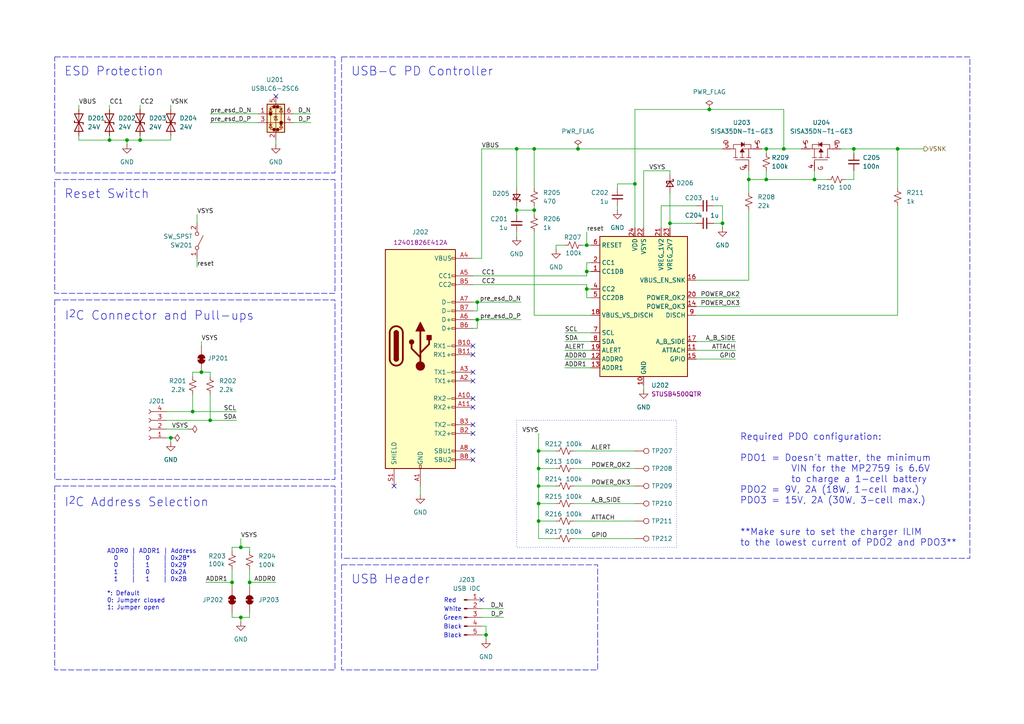
<source format=kicad_sch>
(kicad_sch (version 20231120) (generator "eeschema") (generator_version "8.0")
  (paper "A4")
  (title_block (date "2024-10-27") (rev "0.1.0") (company "University of Wisconsin-Platteville") (comment 1 "Nicholas Loehrke"))
  (lib_symbols
    (symbol "12401826E412A:USB_C_Receptacle" (pin_names (offset 1.016))
      (property "Reference" "J201" (at 0 33.02 0))
      (property "MPN" "12401826E412A" (at 0.254 30.48 0))
      (symbol "USB_C_Receptacle_0_0"
        (rectangle (start -0.254 -35.56) (end 0.254 -34.544))
        (rectangle (start 10.16 -32.766) (end 9.144 -33.274))
        (rectangle (start 10.16 -30.226) (end 9.144 -30.734))
        (rectangle (start 10.16 -25.146) (end 9.144 -25.654))
        (rectangle (start 10.16 -22.606) (end 9.144 -23.114))
        (rectangle (start 10.16 -17.526) (end 9.144 -18.034))
        (rectangle (start 10.16 -14.986) (end 9.144 -15.494))
        (rectangle (start 10.16 -9.906) (end 9.144 -10.414))
        (rectangle (start 10.16 -7.366) (end 9.144 -7.874))
        (rectangle (start 10.16 -2.286) (end 9.144 -2.794))
        (rectangle (start 10.16 0.254) (end 9.144 -0.254))
        (rectangle (start 10.16 5.334) (end 9.144 4.826))
        (rectangle (start 10.16 7.874) (end 9.144 7.366))
        (rectangle (start 10.16 10.414) (end 9.144 9.906))
        (rectangle (start 10.16 12.954) (end 9.144 12.446))
        (rectangle (start 10.16 18.034) (end 9.144 17.526))
        (rectangle (start 10.16 20.574) (end 9.144 20.066))
        (rectangle (start 10.16 25.654) (end 9.144 25.146))
      )
      (symbol "USB_C_Receptacle_0_1"
        (rectangle (start -10.16 27.94) (end 10.16 -35.56) (stroke (width 0.254)) (fill (type background)))
        (arc (start -8.89 -3.81) (mid -6.985 -5.7067) (end -5.08 -3.81) (stroke (width 0.508)))
        (arc (start -7.62 -3.81) (mid -6.985 -4.4423) (end -6.35 -3.81) (stroke (width 0.254)))
        (arc (start -7.62 -3.81) (mid -6.985 -4.4423) (end -6.35 -3.81) (stroke (width 0.254)) (fill (type outline)))
        (rectangle (start -7.62 -3.81) (end -6.35 3.81) (stroke (width 0.254)) (fill (type outline)))
        (arc (start -6.35 3.81) (mid -6.985 4.4423) (end -7.62 3.81) (stroke (width 0.254)))
        (arc (start -6.35 3.81) (mid -6.985 4.4423) (end -7.62 3.81) (stroke (width 0.254)) (fill (type outline)))
        (arc (start -5.08 3.81) (mid -6.985 5.7067) (end -8.89 3.81) (stroke (width 0.508)))
        (polyline (pts (xy -8.89 -3.81) (xy -8.89 3.81)) (stroke (width 0.508)))
        (polyline (pts (xy -5.08 3.81) (xy -5.08 -3.81)) (stroke (width 0.508)))
      )
      (symbol "USB_C_Receptacle_1_1"
        (circle (center -2.54 1.143) (radius 0.635) (stroke (width 0.254)) (fill (type outline)))
        (circle (center 0 -5.842) (radius 1.27) (fill (type outline)))
        (polyline (pts (xy 0 -5.842) (xy 0 4.318)) (stroke (width 0.508)))
        (polyline (pts (xy 0 -3.302) (xy -2.54 -0.762) (xy -2.54 0.508)) (stroke (width 0.508)))
        (polyline (pts (xy 0 -2.032) (xy 2.54 0.508) (xy 2.54 1.778)) (stroke (width 0.508)))
        (polyline (pts (xy -1.27 4.318) (xy 0 6.858) (xy 1.27 4.318) (xy -1.27 4.318)) (stroke (width 0.254)) (fill (type outline)))
        (rectangle (start 1.905 1.778) (end 3.175 3.048) (stroke (width 0.254)) (fill (type outline)))
        (pin passive line (at 0 -40.64 90) (length 5.08) (name "GND") (number "A1"))
        (pin bidirectional line (at 15.24 -15.24 180) (length 5.08) (name "RX2-") (number "A10"))
        (pin bidirectional line (at 15.24 -17.78 180) (length 5.08) (name "RX2+") (number "A11"))
        (pin passive line (at 0 -40.64 90) (length 5.08) hide (name "GND") (number "A12"))
        (pin bidirectional line (at 15.24 -10.16 180) (length 5.08) (name "TX1+") (number "A2"))
        (pin bidirectional line (at 15.24 -7.62 180) (length 5.08) (name "TX1-") (number "A3"))
        (pin passive line (at 15.24 25.4 180) (length 5.08) (name "VBUS") (number "A4"))
        (pin bidirectional line (at 15.24 20.32 180) (length 5.08) (name "CC1") (number "A5"))
        (pin bidirectional line (at 15.24 7.62 180) (length 5.08) (name "D+") (number "A6"))
        (pin bidirectional line (at 15.24 12.7 180) (length 5.08) (name "D-") (number "A7"))
        (pin bidirectional line (at 15.24 -30.48 180) (length 5.08) (name "SBU1") (number "A8"))
        (pin passive line (at 15.24 25.4 180) (length 5.08) hide (name "VBUS") (number "A9"))
        (pin passive line (at 0 -40.64 90) (length 5.08) hide (name "GND") (number "B1"))
        (pin bidirectional line (at 15.24 0 180) (length 5.08) (name "RX1-") (number "B10"))
        (pin bidirectional line (at 15.24 -2.54 180) (length 5.08) (name "RX1+") (number "B11"))
        (pin passive line (at 0 -40.64 90) (length 5.08) hide (name "GND") (number "B12"))
        (pin bidirectional line (at 15.24 -25.4 180) (length 5.08) (name "TX2+") (number "B2"))
        (pin bidirectional line (at 15.24 -22.86 180) (length 5.08) (name "TX2-") (number "B3"))
        (pin passive line (at 15.24 25.4 180) (length 5.08) hide (name "VBUS") (number "B4"))
        (pin bidirectional line (at 15.24 17.78 180) (length 5.08) (name "CC2") (number "B5"))
        (pin bidirectional line (at 15.24 5.08 180) (length 5.08) (name "D+") (number "B6"))
        (pin bidirectional line (at 15.24 10.16 180) (length 5.08) (name "D-") (number "B7"))
        (pin bidirectional line (at 15.24 -33.02 180) (length 5.08) (name "SBU2") (number "B8"))
        (pin passive line (at 15.24 25.4 180) (length 5.08) hide (name "VBUS") (number "B9"))
        (pin passive line (at -7.62 -40.64 90) (length 5.08) (name "SHIELD") (number "S1"))
      )
    )
    (symbol "Connector:Conn_01x04_Socket" (pin_names (offset 1.016) hide)
      (property "Reference" "J" (at 0 5.08 0))
      (property "Value" "Conn_01x04_Socket" (at 0 -7.62 0))
      (symbol "Conn_01x04_Socket_1_1"
        (arc (start 0 -4.572) (mid -0.5058 -5.08) (end 0 -5.588) (stroke (width 0.1524)))
        (arc (start 0 -2.032) (mid -0.5058 -2.54) (end 0 -3.048) (stroke (width 0.1524)))
        (polyline (pts (xy -1.27 -5.08) (xy -0.508 -5.08)) (stroke (width 0.1524)))
        (polyline (pts (xy -1.27 -2.54) (xy -0.508 -2.54)) (stroke (width 0.1524)))
        (polyline (pts (xy -1.27 0) (xy -0.508 0)) (stroke (width 0.1524)))
        (polyline (pts (xy -1.27 2.54) (xy -0.508 2.54)) (stroke (width 0.1524)))
        (arc (start 0 0.508) (mid -0.5058 0) (end 0 -0.508) (stroke (width 0.1524)))
        (arc (start 0 3.048) (mid -0.5058 2.54) (end 0 2.032) (stroke (width 0.1524)))
        (pin passive line (at -5.08 2.54 0) (length 3.81) (name "Pin_1") (number "1"))
        (pin passive line (at -5.08 0 0) (length 3.81) (name "Pin_2") (number "2"))
        (pin passive line (at -5.08 -2.54 0) (length 3.81) (name "Pin_3") (number "3"))
        (pin passive line (at -5.08 -5.08 0) (length 3.81) (name "Pin_4") (number "4"))
      )
    )
    (symbol "Connector:Conn_01x05_Pin" (pin_names (offset 1.016) hide)
      (property "Reference" "J" (at 0 7.62 0))
      (property "Value" "Conn_01x05_Pin" (at 0 -7.62 0))
      (symbol "Conn_01x05_Pin_1_1"
        (polyline (pts (xy 1.27 -5.08) (xy 0.8636 -5.08)) (stroke (width 0.1524)))
        (polyline (pts (xy 1.27 -2.54) (xy 0.8636 -2.54)) (stroke (width 0.1524)))
        (polyline (pts (xy 1.27 0) (xy 0.8636 0)) (stroke (width 0.1524)))
        (polyline (pts (xy 1.27 2.54) (xy 0.8636 2.54)) (stroke (width 0.1524)))
        (polyline (pts (xy 1.27 5.08) (xy 0.8636 5.08)) (stroke (width 0.1524)))
        (rectangle (start 0.8636 -4.953) (end 0 -5.207) (stroke (width 0.1524)) (fill (type outline)))
        (rectangle (start 0.8636 -2.413) (end 0 -2.667) (stroke (width 0.1524)) (fill (type outline)))
        (rectangle (start 0.8636 0.127) (end 0 -0.127) (stroke (width 0.1524)) (fill (type outline)))
        (rectangle (start 0.8636 2.667) (end 0 2.413) (stroke (width 0.1524)) (fill (type outline)))
        (rectangle (start 0.8636 5.207) (end 0 4.953) (stroke (width 0.1524)) (fill (type outline)))
        (pin passive line (at 5.08 5.08 180) (length 3.81) (name "Pin_1") (number "1"))
        (pin passive line (at 5.08 2.54 180) (length 3.81) (name "Pin_2") (number "2"))
        (pin passive line (at 5.08 0 180) (length 3.81) (name "Pin_3") (number "3"))
        (pin passive line (at 5.08 -2.54 180) (length 3.81) (name "Pin_4") (number "4"))
        (pin passive line (at 5.08 -5.08 180) (length 3.81) (name "Pin_5") (number "5"))
      )
    )
    (symbol "Connector:TestPoint" (pin_numbers hide) (pin_names (offset 0.762) hide)
      (property "Reference" "TP" (at 0 6.858 0))
      (property "Value" "TestPoint" (at 0 5.08 0))
      (symbol "TestPoint_0_1"
        (circle (center 0 3.302) (radius 0.762))
      )
      (symbol "TestPoint_1_1"
        (pin passive line (at 0 0 90) (length 2.54) (name "1") (number "1"))
      )
    )
    (symbol "Device:C_Small" (pin_numbers hide) (pin_names (offset 0.254) hide)
      (property "Reference" "C" (at 0.254 1.778 0))
      (property "Value" "C_Small" (at 0.254 -2.032 0))
      (symbol "C_Small_0_1"
        (polyline (pts (xy -1.524 -0.508) (xy 1.524 -0.508)) (stroke (width 0.3302)))
        (polyline (pts (xy -1.524 0.508) (xy 1.524 0.508)) (stroke (width 0.3048)))
      )
      (symbol "C_Small_1_1"
        (pin passive line (at 0 2.54 270) (length 2.032) (name "~") (number "1"))
        (pin passive line (at 0 -2.54 90) (length 2.032) (name "~") (number "2"))
      )
    )
    (symbol "Device:D_Schottky_Small" (pin_numbers hide) (pin_names (offset 0.254) hide)
      (property "Reference" "D" (at -1.27 2.032 0))
      (property "Value" "D_Schottky_Small" (at -7.112 -2.032 0))
      (symbol "D_Schottky_Small_0_1"
        (polyline (pts (xy -0.762 0) (xy 0.762 0)))
        (polyline (pts (xy 0.762 -1.016) (xy -0.762 0) (xy 0.762 1.016) (xy 0.762 -1.016)) (stroke (width 0.254)))
        (polyline (pts (xy -1.27 0.762) (xy -1.27 1.016) (xy -0.762 1.016) (xy -0.762 -1.016) (xy -0.254 -1.016) (xy -0.254 -0.762)) (stroke (width 0.254)))
      )
      (symbol "D_Schottky_Small_1_1"
        (pin passive line (at -2.54 0 0) (length 1.778) (name "K") (number "1"))
        (pin passive line (at 2.54 0 180) (length 1.778) (name "A") (number "2"))
      )
    )
    (symbol "Device:D_TVS" (pin_numbers hide) (pin_names (offset 1.016) hide)
      (property "Reference" "D" (at 0 2.54 0))
      (property "Value" "D_TVS" (at 0 -2.54 0))
      (symbol "D_TVS_0_1"
        (polyline (pts (xy 1.27 0) (xy -1.27 0)))
        (polyline (pts (xy 0.508 1.27) (xy 0 1.27) (xy 0 -1.27) (xy -0.508 -1.27)) (stroke (width 0.254)))
        (polyline (pts (xy -2.54 1.27) (xy -2.54 -1.27) (xy 2.54 1.27) (xy 2.54 -1.27) (xy -2.54 1.27)) (stroke (width 0.254)))
      )
      (symbol "D_TVS_1_1"
        (pin passive line (at -3.81 0 0) (length 2.54) (name "A1") (number "1"))
        (pin passive line (at 3.81 0 180) (length 2.54) (name "A2") (number "2"))
      )
    )
    (symbol "Device:R_Small_US" (pin_numbers hide) (pin_names (offset 0.254) hide)
      (property "Reference" "R" (at 0.762 0.508 0))
      (property "Value" "R_Small_US" (at 0.762 -1.016 0))
      (symbol "R_Small_US_1_1"
        (polyline (pts (xy 0 0) (xy 1.016 -0.381) (xy 0 -0.762) (xy -1.016 -1.143) (xy 0 -1.524)))
        (polyline (pts (xy 0 1.524) (xy 1.016 1.143) (xy 0 0.762) (xy -1.016 0.381) (xy 0 0)))
        (pin passive line (at 0 2.54 270) (length 1.016) (name "~") (number "1"))
        (pin passive line (at 0 -2.54 90) (length 1.016) (name "~") (number "2"))
      )
    )
    (symbol "Jumper:SolderJumper_2_Bridged" (pin_numbers hide) (pin_names (offset 0) hide) (exclude_from_sim yes) (in_bom no)
      (property "Reference" "JP" (at 0 2.032 0))
      (property "Value" "SolderJumper_2_Bridged" (at 0 -2.54 0))
      (symbol "SolderJumper_2_Bridged_0_1"
        (rectangle (start -0.508 0.508) (end 0.508 -0.508) (fill (type outline)))
        (arc (start -0.254 1.016) (mid -1.2656 0) (end -0.254 -1.016))
        (arc (start -0.254 1.016) (mid -1.2656 0) (end -0.254 -1.016) (fill (type outline)))
        (polyline (pts (xy -0.254 1.016) (xy -0.254 -1.016)))
        (polyline (pts (xy 0.254 1.016) (xy 0.254 -1.016)))
        (arc (start 0.254 -1.016) (mid 1.2656 0) (end 0.254 1.016))
        (arc (start 0.254 -1.016) (mid 1.2656 0) (end 0.254 1.016) (fill (type outline)))
      )
      (symbol "SolderJumper_2_Bridged_1_1"
        (pin passive line (at -3.81 0 0) (length 2.54) (name "A") (number "1"))
        (pin passive line (at 3.81 0 180) (length 2.54) (name "B") (number "2"))
      )
    )
    (symbol "SISA35DN-T1-GE3:SISA35DN-T1-GE3"
      (property "Reference" "U" (at 5.842 -3.302 0))
      (property "MPN" "SISA35DN-T1-GE3" (at 14.224 -5.334 0))
      (symbol "SISA35DN-T1-GE3_0_1"
        (polyline (pts (xy 0 -6.985) (xy 0 -8.255)))
        (polyline (pts (xy 0 -5.715) (xy 1.905 -5.715)))
        (polyline (pts (xy 0 -5.08) (xy 0 -6.35)))
        (polyline (pts (xy 0 -3.175) (xy 0 -4.445)))
        (polyline (pts (xy 2.54 -8.89) (xy 2.54 -8.255)))
        (polyline (pts (xy 2.54 -3.175) (xy 2.54 -2.54)))
        (polyline (pts (xy 3.175 -5.08) (xy 4.445 -5.08)))
        (polyline (pts (xy -0.635 -7.62) (xy -0.635 -3.81) (xy -1.27 -3.81)))
        (polyline (pts (xy 0 -3.81) (xy 2.54 -3.81) (xy 2.54 -5.715)))
        (polyline (pts (xy 2.54 -8.255) (xy 2.54 -7.62) (xy 0 -7.62)))
        (polyline (pts (xy 2.54 -8.255) (xy 3.81 -8.255) (xy 3.81 -5.715)))
        (polyline (pts (xy 2.54 -5.715) (xy 1.6169 -6.3499) (xy 1.6169 -5.0799) (xy 2.54 -5.7024)) (fill (type outline)))
        (polyline (pts (xy 3.81 -5.08) (xy 3.81 -3.175) (xy 2.54 -3.175) (xy 2.54 -3.81)))
        (polyline (pts (xy 3.81 -5.08) (xy 4.4449 -6.0031) (xy 3.1749 -6.0031) (xy 3.7974 -5.08)) (fill (type outline)))
      )
      (symbol "SISA35DN-T1-GE3_1_1"
        (text "D" (at 4.572 -10.414 0) (effects (font (size 1.27 1.27))))
        (text "G" (at -3.048 -5.588 0) (effects (font (size 1.27 1.27))))
        (text "S" (at 4.572 -1.27 0) (effects (font (size 1.27 1.27))))
        (pin passive line (at 2.54 0 270) (length 2.54) (name "") (number "1"))
        (pin passive line (at 2.54 0 270) (length 2.54) hide (name "") (number "2"))
        (pin passive line (at 2.54 0 270) (length 2.54) hide (name "") (number "3"))
        (pin passive line (at -3.81 -3.81 0) (length 2.54) (name "") (number "4"))
        (pin passive line (at 2.54 -11.43 90) (length 2.54) (name "") (number "5"))
        (pin passive line (at 2.54 -11.43 90) (length 2.54) hide (name "") (number "6"))
        (pin passive line (at 2.54 -11.43 90) (length 2.54) hide (name "") (number "7"))
        (pin passive line (at 2.54 -11.43 90) (length 2.54) hide (name "") (number "8"))
      )
    )
    (symbol "STUSB4500QTR:STUSB4500QTR"
      (property "Reference" "U" (at -12.7 21.59 0))
      (property "MPN" "STUSB4500QTR" (at 10.16 -24.892 0))
      (symbol "STUSB4500QTR_0_1"
        (rectangle (start -12.7 20.32) (end 12.7 -20.32) (stroke (width 0.254)) (fill (type background)))
      )
      (symbol "STUSB4500QTR_1_1"
        (pin bidirectional line (at -15.24 10.16 0) (length 2.54) (name "CC1DB") (number "1"))
        (pin power_in line (at 0 -22.86 90) (length 2.54) (name "GND") (number "10"))
        (pin open_collector line (at 15.24 -12.7 180) (length 2.54) (name "ATTACH") (number "11"))
        (pin input line (at -15.24 -15.24 0) (length 2.54) (name "ADDR0") (number "12"))
        (pin input line (at -15.24 -17.78 0) (length 2.54) (name "ADDR1") (number "13"))
        (pin open_collector line (at 15.24 0 180) (length 2.54) (name "POWER_OK3") (number "14"))
        (pin open_collector line (at 15.24 -15.24 180) (length 2.54) (name "GPIO") (number "15"))
        (pin open_collector line (at 15.24 7.62 180) (length 2.54) (name "VBUS_EN_SNK") (number "16"))
        (pin open_collector line (at 15.24 -10.16 180) (length 2.54) (name "A_B_SIDE") (number "17"))
        (pin input line (at -15.24 -2.54 0) (length 2.54) (name "VBUS_VS_DISCH") (number "18"))
        (pin open_collector line (at -15.24 -12.7 0) (length 2.54) (name "ALERT") (number "19"))
        (pin bidirectional line (at -15.24 12.7 0) (length 2.54) (name "CC1") (number "2"))
        (pin open_collector line (at 15.24 2.54 180) (length 2.54) (name "POWER_OK2") (number "20"))
        (pin power_out line (at 5.08 22.86 270) (length 2.54) (name "VREG_1V2") (number "21"))
        (pin power_in line (at 0 22.86 270) (length 2.54) (name "VSYS") (number "22"))
        (pin power_out line (at 7.62 22.86 270) (length 2.54) (name "VREG_2V7") (number "23"))
        (pin power_in line (at -2.54 22.86 270) (length 2.54) (name "VDD") (number "24"))
        (pin passive line (at 0 -22.86 90) (length 2.54) hide (name "GND") (number "25"))
        (pin no_connect line (at -12.7 15.24 0) (length 2.54) hide (name "NC") (number "3"))
        (pin bidirectional line (at -15.24 5.08 0) (length 2.54) (name "CC2") (number "4"))
        (pin bidirectional line (at -15.24 2.54 0) (length 2.54) (name "CC2DB") (number "5"))
        (pin input line (at -15.24 17.78 0) (length 2.54) (name "RESET") (number "6"))
        (pin input line (at -15.24 -7.62 0) (length 2.54) (name "SCL") (number "7"))
        (pin bidirectional line (at -15.24 -10.16 0) (length 2.54) (name "SDA") (number "8"))
        (pin bidirectional line (at 15.24 -2.54 180) (length 2.54) (name "DISCH") (number "9"))
      )
    )
    (symbol "Switch:SW_SPST" (pin_names (offset 0) hide)
      (property "Reference" "SW" (at 0 3.175 0))
      (property "Value" "SW_SPST" (at 0 -2.54 0))
      (symbol "SW_SPST_0_0"
        (circle (center -2.032 0) (radius 0.508))
        (polyline (pts (xy -1.524 0.254) (xy 1.524 1.778)))
        (circle (center 2.032 0) (radius 0.508))
      )
      (symbol "SW_SPST_1_1"
        (pin passive line (at -5.08 0 0) (length 2.54) (name "A") (number "1"))
        (pin passive line (at 5.08 0 180) (length 2.54) (name "B") (number "2"))
      )
    )
    (symbol "USBLC6-2SC6:USBLC6-2SC6" (pin_names hide)
      (property "Reference" "U" (at 0.635 5.715 0))
      (property "Value" "USBLC6-2SC6" (at 0.635 3.81 0))
      (symbol "USBLC6-2SC6_0_0"
        (circle (center -1.524 0) (radius 0.0001) (stroke (width 0.508)))
        (circle (center -0.508 -4.572) (radius 0.0001) (stroke (width 0.508)))
        (circle (center -0.508 2.032) (radius 0.0001) (stroke (width 0.508)))
        (circle (center 0.508 -4.572) (radius 0.0001) (stroke (width 0.508)))
        (circle (center 0.508 2.032) (radius 0.0001) (stroke (width 0.508)))
        (circle (center 1.524 -2.54) (radius 0.0001) (stroke (width 0.508)))
      )
      (symbol "USBLC6-2SC6_0_1"
        (polyline (pts (xy -2.54 -2.54) (xy 2.54 -2.54)))
        (polyline (pts (xy -2.54 0) (xy 2.54 0)))
        (polyline (pts (xy -2.032 -3.048) (xy -1.016 -3.048)))
        (polyline (pts (xy -1.016 1.524) (xy -2.032 1.524)))
        (polyline (pts (xy 1.016 -3.048) (xy 2.032 -3.048)))
        (polyline (pts (xy 1.016 1.524) (xy 2.032 1.524)))
        (polyline (pts (xy -0.508 -1.143) (xy -0.508 -0.762) (xy 0.508 -0.762)))
        (polyline (pts (xy -2.032 0.508) (xy -1.016 0.508) (xy -1.524 1.524) (xy -2.032 0.508)))
        (polyline (pts (xy -1.016 -4.064) (xy -2.032 -4.064) (xy -1.524 -3.048) (xy -1.016 -4.064)))
        (polyline (pts (xy 0.508 -1.778) (xy -0.508 -1.778) (xy 0 -0.762) (xy 0.508 -1.778)))
        (polyline (pts (xy 2.032 -4.064) (xy 1.016 -4.064) (xy 1.524 -3.048) (xy 2.032 -4.064)))
        (polyline (pts (xy 2.032 0.508) (xy 1.016 0.508) (xy 1.524 1.524) (xy 2.032 0.508)))
        (polyline (pts (xy 0 2.54) (xy -0.508 2.032) (xy 0.508 2.032) (xy 0 1.524) (xy 0 -4.064) (xy -0.508 -4.572) (xy 0.508 -4.572) (xy 0 -5.08)))
      )
      (symbol "USBLC6-2SC6_1_1"
        (rectangle (start -2.54 2.794) (end 2.54 -5.334) (stroke (width 0.254)) (fill (type background)))
        (polyline (pts (xy -0.508 2.032) (xy -1.524 2.032) (xy -1.524 -4.572) (xy -0.508 -4.572)))
        (polyline (pts (xy 0.508 -4.572) (xy 1.524 -4.572) (xy 1.524 2.032) (xy 0.508 2.032)))
        (pin passive line (at -5.08 0 0) (length 2.54) (name "I/O1") (number "1"))
        (pin passive line (at 0 -7.62 90) (length 2.54) (name "GND") (number "2"))
        (pin passive line (at -5.08 -2.54 0) (length 2.54) (name "I/O2") (number "3"))
        (pin passive line (at 5.08 -2.54 180) (length 2.54) (name "I/O2") (number "4"))
        (pin passive line (at 0 5.08 270) (length 2.54) (name "VBUS") (number "5"))
        (pin passive line (at 5.08 0 180) (length 2.54) (name "I/O1") (number "6"))
      )
    )
    (symbol "power:GND" (power) (pin_numbers hide) (pin_names (offset 0) hide)
      (property "Value" "GND" (at 0 -3.81 0))
      (symbol "GND_0_1"
        (polyline (pts (xy 0 0) (xy 0 -1.27) (xy 1.27 -1.27) (xy 0 -2.54) (xy -1.27 -1.27) (xy 0 -1.27)))
      )
      (symbol "GND_1_1"
        (pin power_in line (at 0 0 270) (length 0) (name "~") (number "1"))
      )
    )
    (symbol "power:PWR_FLAG" (power) (pin_numbers hide) (pin_names (offset 0) hide)
      (property "Value" "PWR_FLAG" (at 0 3.81 0))
      (symbol "PWR_FLAG_0_0"
        (pin power_out line (at 0 0 90) (length 0) (name "~") (number "1"))
      )
      (symbol "PWR_FLAG_0_1"
        (polyline (pts (xy 0 0) (xy 0 1.27) (xy -1.016 1.905) (xy 0 2.54) (xy 1.016 1.905) (xy 0 1.27)))
      )
    )
  )
  (junction (at 222.25 43.18))
  (junction (at 156.21 146.05))
  (junction (at 247.65 43.18))
  (junction (at 49.53 127))
  (junction (at 205.74 31.75))
  (junction (at 184.15 53.34))
  (junction (at 222.25 52.07))
  (junction (at 138.43 92.71))
  (junction (at 170.18 71.12))
  (junction (at 149.86 43.18))
  (junction (at 60.96 121.92))
  (junction (at 72.39 168.91))
  (junction (at 36.83 40.64))
  (junction (at 69.85 179.07))
  (junction (at 167.64 43.18))
  (junction (at 149.86 60.96))
  (junction (at 170.18 78.74))
  (junction (at 156.21 151.13))
  (junction (at 154.94 60.96))
  (junction (at 170.18 83.82))
  (junction (at 156.21 130.81))
  (junction (at 40.64 40.64))
  (junction (at 217.17 52.07))
  (junction (at 67.31 168.91))
  (junction (at 69.85 158.75))
  (junction (at 156.21 135.89))
  (junction (at 209.55 64.77))
  (junction (at 236.22 52.07))
  (junction (at 140.97 184.15))
  (junction (at 227.33 43.18))
  (junction (at 58.42 107.95))
  (junction (at 31.75 40.64))
  (junction (at 156.21 140.97))
  (junction (at 55.88 119.38))
  (junction (at 154.94 43.18))
  (junction (at 194.31 64.77))
  (junction (at 138.43 87.63))
  (junction (at 260.35 43.18))
  (no_connect (at 137.16 123.19))
  (no_connect (at 137.16 133.35))
  (no_connect (at 137.16 107.95))
  (no_connect (at 137.16 118.11))
  (no_connect (at 137.16 110.49))
  (no_connect (at 137.16 100.33))
  (no_connect (at 114.3 140.97))
  (no_connect (at 139.7 173.99))
  (no_connect (at 137.16 130.81))
  (no_connect (at 137.16 115.57))
  (no_connect (at 137.16 125.73))
  (no_connect (at 137.16 102.87))
  (no_connect (at 80.01 27.94))
  (wire (pts (xy 149.86 67.31) (xy 149.86 68.58)))
  (wire (pts (xy 247.65 43.18) (xy 247.65 44.45)))
  (wire (pts (xy 55.88 119.38) (xy 48.26 119.38)))
  (wire (pts (xy 146.05 179.07) (xy 139.7 179.07)))
  (wire (pts (xy 260.35 43.18) (xy 267.97 43.18)))
  (wire (pts (xy 137.16 82.55) (xy 170.18 82.55)))
  (wire (pts (xy 67.31 165.1) (xy 67.31 168.91)))
  (wire (pts (xy 156.21 146.05) (xy 156.21 151.13)))
  (wire (pts (xy 156.21 140.97) (xy 156.21 146.05)))
  (wire (pts (xy 149.86 60.96) (xy 149.86 62.23)))
  (wire (pts (xy 156.21 146.05) (xy 161.29 146.05)))
  (wire (pts (xy 72.39 158.75) (xy 72.39 160.02)))
  (wire (pts (xy 161.29 72.39) (xy 161.29 71.12)))
  (wire (pts (xy 137.16 80.01) (xy 170.18 80.01)))
  (wire (pts (xy 186.69 49.53) (xy 194.31 49.53)))
  (wire (pts (xy 72.39 177.8) (xy 72.39 179.07)))
  (wire (pts (xy 156.21 130.81) (xy 156.21 135.89)))
  (wire (pts (xy 170.18 71.12) (xy 171.45 71.12)))
  (wire (pts (xy 49.53 30.48) (xy 49.53 31.75)))
  (wire (pts (xy 156.21 125.73) (xy 156.21 130.81)))
  (wire (pts (xy 201.93 59.69) (xy 191.77 59.69)))
  (wire (pts (xy 140.97 181.61) (xy 140.97 184.15)))
  (wire (pts (xy 184.15 151.13) (xy 166.37 151.13)))
  (wire (pts (xy 90.17 35.56) (xy 85.09 35.56)))
  (wire (pts (xy 201.93 91.44) (xy 260.35 91.44)))
  (wire (pts (xy 163.83 99.06) (xy 171.45 99.06)))
  (wire (pts (xy 67.31 160.02) (xy 67.31 158.75)))
  (wire (pts (xy 72.39 168.91) (xy 72.39 170.18)))
  (wire (pts (xy 74.93 33.02) (xy 60.96 33.02)))
  (wire (pts (xy 247.65 43.18) (xy 260.35 43.18)))
  (wire (pts (xy 170.18 82.55) (xy 170.18 83.82)))
  (wire (pts (xy 137.16 92.71) (xy 138.43 92.71)))
  (wire (pts (xy 48.26 127) (xy 49.53 127)))
  (wire (pts (xy 137.16 87.63) (xy 138.43 87.63)))
  (wire (pts (xy 149.86 43.18) (xy 154.94 43.18)))
  (wire (pts (xy 247.65 52.07) (xy 245.11 52.07)))
  (wire (pts (xy 170.18 80.01) (xy 170.18 78.74)))
  (wire (pts (xy 217.17 52.07) (xy 222.25 52.07)))
  (wire (pts (xy 171.45 76.2) (xy 170.18 76.2)))
  (wire (pts (xy 67.31 158.75) (xy 69.85 158.75)))
  (wire (pts (xy 186.69 111.76) (xy 186.69 113.03)))
  (wire (pts (xy 163.83 106.68) (xy 171.45 106.68)))
  (wire (pts (xy 31.75 30.48) (xy 31.75 31.75)))
  (wire (pts (xy 72.39 165.1) (xy 72.39 168.91)))
  (wire (pts (xy 31.75 39.37) (xy 31.75 40.64)))
  (wire (pts (xy 222.25 43.18) (xy 222.25 44.45)))
  (wire (pts (xy 184.15 130.81) (xy 166.37 130.81)))
  (wire (pts (xy 227.33 31.75) (xy 227.33 43.18)))
  (wire (pts (xy 201.93 99.06) (xy 213.36 99.06)))
  (wire (pts (xy 156.21 135.89) (xy 161.29 135.89)))
  (wire (pts (xy 186.69 49.53) (xy 186.69 66.04)))
  (wire (pts (xy 138.43 87.63) (xy 138.43 90.17)))
  (wire (pts (xy 161.29 71.12) (xy 163.83 71.12)))
  (wire (pts (xy 156.21 151.13) (xy 156.21 156.21)))
  (wire (pts (xy 139.7 43.18) (xy 149.86 43.18)))
  (wire (pts (xy 154.94 59.69) (xy 154.94 60.96)))
  (wire (pts (xy 154.94 67.31) (xy 154.94 91.44)))
  (wire (pts (xy 146.05 176.53) (xy 139.7 176.53)))
  (wire (pts (xy 167.64 43.18) (xy 209.55 43.18)))
  (wire (pts (xy 156.21 140.97) (xy 161.29 140.97)))
  (wire (pts (xy 138.43 92.71) (xy 138.43 95.25)))
  (wire (pts (xy 163.83 101.6) (xy 171.45 101.6)))
  (wire (pts (xy 156.21 151.13) (xy 161.29 151.13)))
  (wire (pts (xy 222.25 43.18) (xy 227.33 43.18)))
  (wire (pts (xy 222.25 52.07) (xy 236.22 52.07)))
  (wire (pts (xy 22.86 40.64) (xy 31.75 40.64)))
  (wire (pts (xy 68.58 121.92) (xy 60.96 121.92)))
  (wire (pts (xy 260.35 91.44) (xy 260.35 59.69)))
  (wire (pts (xy 40.64 39.37) (xy 40.64 40.64)))
  (wire (pts (xy 209.55 64.77) (xy 209.55 66.04)))
  (wire (pts (xy 36.83 40.64) (xy 36.83 41.91)))
  (wire (pts (xy 220.98 43.18) (xy 222.25 43.18)))
  (wire (pts (xy 194.31 50.8) (xy 194.31 49.53)))
  (wire (pts (xy 59.69 168.91) (xy 67.31 168.91)))
  (wire (pts (xy 60.96 114.3) (xy 60.96 121.92)))
  (wire (pts (xy 154.94 54.61) (xy 154.94 43.18)))
  (wire (pts (xy 138.43 90.17) (xy 137.16 90.17)))
  (wire (pts (xy 72.39 168.91) (xy 80.01 168.91)))
  (wire (pts (xy 149.86 60.96) (xy 154.94 60.96)))
  (wire (pts (xy 201.93 104.14) (xy 213.36 104.14)))
  (wire (pts (xy 31.75 40.64) (xy 36.83 40.64)))
  (wire (pts (xy 217.17 49.53) (xy 217.17 52.07)))
  (wire (pts (xy 58.42 99.06) (xy 58.42 100.33)))
  (wire (pts (xy 163.83 96.52) (xy 171.45 96.52)))
  (wire (pts (xy 67.31 177.8) (xy 67.31 179.07)))
  (wire (pts (xy 69.85 179.07) (xy 72.39 179.07)))
  (wire (pts (xy 69.85 179.07) (xy 67.31 179.07)))
  (wire (pts (xy 121.92 140.97) (xy 121.92 143.51)))
  (wire (pts (xy 154.94 43.18) (xy 167.64 43.18)))
  (wire (pts (xy 149.86 59.69) (xy 149.86 60.96)))
  (wire (pts (xy 201.93 86.36) (xy 214.63 86.36)))
  (wire (pts (xy 138.43 95.25) (xy 137.16 95.25)))
  (wire (pts (xy 40.64 30.48) (xy 40.64 31.75)))
  (wire (pts (xy 60.96 35.56) (xy 74.93 35.56)))
  (wire (pts (xy 137.16 74.93) (xy 139.7 74.93)))
  (wire (pts (xy 49.53 127) (xy 49.53 128.27)))
  (wire (pts (xy 166.37 146.05) (xy 184.15 146.05)))
  (wire (pts (xy 138.43 87.63) (xy 151.13 87.63)))
  (wire (pts (xy 166.37 135.89) (xy 184.15 135.89)))
  (wire (pts (xy 139.7 74.93) (xy 139.7 43.18)))
  (wire (pts (xy 60.96 109.22) (xy 60.96 107.95)))
  (wire (pts (xy 22.86 30.48) (xy 22.86 31.75)))
  (wire (pts (xy 80.01 40.64) (xy 80.01 41.91)))
  (wire (pts (xy 69.85 158.75) (xy 72.39 158.75)))
  (wire (pts (xy 139.7 181.61) (xy 140.97 181.61)))
  (wire (pts (xy 22.86 39.37) (xy 22.86 40.64)))
  (wire (pts (xy 217.17 52.07) (xy 217.17 55.88)))
  (wire (pts (xy 69.85 179.07) (xy 69.85 180.34)))
  (wire (pts (xy 170.18 86.36) (xy 171.45 86.36)))
  (wire (pts (xy 55.88 109.22) (xy 55.88 107.95)))
  (wire (pts (xy 170.18 76.2) (xy 170.18 78.74)))
  (wire (pts (xy 227.33 43.18) (xy 232.41 43.18)))
  (wire (pts (xy 170.18 78.74) (xy 171.45 78.74)))
  (wire (pts (xy 156.21 156.21) (xy 161.29 156.21)))
  (wire (pts (xy 68.58 119.38) (xy 55.88 119.38)))
  (wire (pts (xy 171.45 91.44) (xy 154.94 91.44)))
  (wire (pts (xy 156.21 130.81) (xy 161.29 130.81)))
  (wire (pts (xy 166.37 156.21) (xy 184.15 156.21)))
  (wire (pts (xy 57.15 77.47) (xy 57.15 74.93)))
  (wire (pts (xy 207.01 64.77) (xy 209.55 64.77)))
  (wire (pts (xy 260.35 43.18) (xy 260.35 54.61)))
  (wire (pts (xy 243.84 43.18) (xy 247.65 43.18)))
  (wire (pts (xy 207.01 59.69) (xy 209.55 59.69)))
  (wire (pts (xy 179.07 53.34) (xy 184.15 53.34)))
  (wire (pts (xy 138.43 92.71) (xy 151.13 92.71)))
  (wire (pts (xy 170.18 67.31) (xy 170.18 71.12)))
  (wire (pts (xy 205.74 31.75) (xy 227.33 31.75)))
  (wire (pts (xy 201.93 101.6) (xy 213.36 101.6)))
  (wire (pts (xy 90.17 33.02) (xy 85.09 33.02)))
  (wire (pts (xy 55.88 114.3) (xy 55.88 119.38)))
  (wire (pts (xy 201.93 88.9) (xy 214.63 88.9)))
  (wire (pts (xy 36.83 40.64) (xy 40.64 40.64)))
  (wire (pts (xy 69.85 156.21) (xy 69.85 158.75)))
  (wire (pts (xy 184.15 31.75) (xy 205.74 31.75)))
  (wire (pts (xy 201.93 64.77) (xy 194.31 64.77)))
  (wire (pts (xy 191.77 59.69) (xy 191.77 66.04)))
  (wire (pts (xy 194.31 55.88) (xy 194.31 64.77)))
  (wire (pts (xy 57.15 62.23) (xy 57.15 64.77)))
  (wire (pts (xy 139.7 184.15) (xy 140.97 184.15)))
  (wire (pts (xy 168.91 71.12) (xy 170.18 71.12)))
  (wire (pts (xy 154.94 60.96) (xy 154.94 62.23)))
  (wire (pts (xy 67.31 168.91) (xy 67.31 170.18)))
  (wire (pts (xy 170.18 83.82) (xy 170.18 86.36)))
  (wire (pts (xy 201.93 81.28) (xy 217.17 81.28)))
  (wire (pts (xy 222.25 49.53) (xy 222.25 52.07)))
  (wire (pts (xy 60.96 121.92) (xy 48.26 121.92)))
  (wire (pts (xy 209.55 59.69) (xy 209.55 64.77)))
  (wire (pts (xy 217.17 81.28) (xy 217.17 60.96)))
  (wire (pts (xy 49.53 39.37) (xy 49.53 40.64)))
  (wire (pts (xy 179.07 54.61) (xy 179.07 53.34)))
  (wire (pts (xy 149.86 43.18) (xy 149.86 54.61)))
  (wire (pts (xy 166.37 140.97) (xy 184.15 140.97)))
  (wire (pts (xy 179.07 59.69) (xy 179.07 60.96)))
  (wire (pts (xy 236.22 49.53) (xy 236.22 52.07)))
  (wire (pts (xy 236.22 52.07) (xy 240.03 52.07)))
  (wire (pts (xy 184.15 53.34) (xy 184.15 31.75)))
  (wire (pts (xy 40.64 40.64) (xy 49.53 40.64)))
  (wire (pts (xy 156.21 135.89) (xy 156.21 140.97)))
  (wire (pts (xy 194.31 64.77) (xy 194.31 66.04)))
  (wire (pts (xy 163.83 104.14) (xy 171.45 104.14)))
  (wire (pts (xy 48.26 124.46) (xy 54.61 124.46)))
  (wire (pts (xy 247.65 49.53) (xy 247.65 52.07)))
  (wire (pts (xy 55.88 107.95) (xy 58.42 107.95)))
  (wire (pts (xy 140.97 184.15) (xy 140.97 185.42)))
  (wire (pts (xy 170.18 83.82) (xy 171.45 83.82)))
  (wire (pts (xy 184.15 53.34) (xy 184.15 66.04)))
  (wire (pts (xy 60.96 107.95) (xy 58.42 107.95)))
  (rectangle (start 15.875 16.51) (end 97.155 50.165) (stroke (width 0) (type dash)))
  (rectangle (start 15.875 86.995) (end 97.155 139.065) (stroke (width 0) (type dash)))
  (rectangle (start 15.875 140.97) (end 97.155 194.31) (stroke (width 0) (type dash)))
  (rectangle (start 99.06 163.83) (end 173.355 194.31) (stroke (width 0) (type dash)))
  (rectangle (start 149.86 121.92) (end 196.215 158.75) (stroke (width 0) (type dot)))
  (rectangle (start 99.06 16.51) (end 281.305 161.925) (stroke (width 0) (type dash)))
  (rectangle (start 15.875 52.07) (end 97.155 85.09) (stroke (width 0) (type dash)))
  (text "I^{2}C Connector and Pull-ups" (at 46.228 91.694 0) (effects (font (size 2.54 2.54))))
  (text "Black" (at 131.318 184.404 0) (effects (font (size 1.27 1.27))))
  (text "Green" (at 131.318 179.324 0) (effects (font (size 1.27 1.27))))
  (text "Reset Switch" (at 30.988 56.388 0) (effects (font (size 2.54 2.54))))
  (text "Red" (at 130.556 174.244 0) (effects (font (size 1.27 1.27))))
  (text "USB Header" (at 113.284 168.148 0) (effects (font (size 2.54 2.54))))
  (text "ESD Protection" (at 33.02 20.828 0) (effects (font (size 2.54 2.54))))
  (text "USB-C PD Controller" (at 122.428 20.828 0) (effects (font (size 2.54 2.54))))
  (text "I^{2}C Address Selection" (at 39.624 145.796 0) (effects (font (size 2.54 2.54))))
  (text "Black" (at 131.318 181.864 0) (effects (font (size 1.27 1.27))))
  (text "Required PDO configuration:\n\nPDO1 = Doesn't matter, the minimum \n		VIN for the MP2759 is 6.6V \n		to charge a 1-cell battery\nPDO2 = 9V, 2A (18W, 1-cell max.)\nPDO3 = 15V, 2A (30W, 3-cell max.)\n\n\n**Make sure to set the charger ILIM\nto the lowest current of PDO2 and PDO3**" (at 214.63 125.73 0) (effects (font (size 1.905 1.905)) (justify left top)))
  (text "White" (at 131.318 176.784 0) (effects (font (size 1.27 1.27))))
  (text "ADDR0 | ADDR1 | Address\n  0    |   0    | 0x28*\n  0    |   1    | 0x29\n  1    |   0    | 0x2A\n  1    |   1    | 0x2B\n\n*: Default\n0: Jumper closed\n1: Jumper open" (at 30.988 168.148 0) (effects (font (size 1.27 1.27)) (justify left)))
  (label "ADDR1" (at 59.69 168.91 0))
  (label "POWER_OK2" (at 171.45 135.89 0))
  (label "pre_esd_D_N" (at 60.96 33.02 0))
  (label "GPIO" (at 213.36 104.14 180))
  (label "ADDR0" (at 163.83 104.14 0))
  (label "pre_esd_D_P" (at 151.13 92.71 180))
  (label "ALERT" (at 171.45 130.81 0))
  (label "POWER_OK3" (at 171.45 140.97 0))
  (label "ATTACH" (at 171.45 151.13 0))
  (label "GPIO" (at 171.45 156.21 0))
  (label "ADDR1" (at 163.83 106.68 0))
  (label "SCL" (at 163.83 96.52 0))
  (label "ALERT" (at 163.83 101.6 0))
  (label "CC1" (at 31.75 30.48 0))
  (label "D_P" (at 90.17 35.56 180))
  (label "VBUS" (at 139.7 43.18 0))
  (label "pre_esd_D_P" (at 60.96 35.56 0))
  (label "CC2" (at 40.64 30.48 0))
  (label "VSYS" (at 69.85 156.21 0))
  (label "D_P" (at 146.05 179.07 180))
  (label "VSYS" (at 156.21 125.73 180))
  (label "SDA" (at 163.83 99.06 0))
  (label "CC2" (at 139.7 82.55 0))
  (label "pre_esd_D_N" (at 151.13 87.63 180))
  (label "VSYS" (at 193.04 49.53 180))
  (label "POWER_OK3" (at 214.63 88.9 180))
  (label "SDA" (at 68.58 121.92 180))
  (label "VBUS" (at 22.86 30.48 0))
  (label "CC1" (at 139.7 80.01 0))
  (label "POWER_OK2" (at 214.63 86.36 180))
  (label "VSYS" (at 57.15 62.23 0))
  (label "D_N" (at 90.17 33.02 180))
  (label "reset" (at 57.15 77.47 0))
  (label "A_B_SIDE" (at 171.45 146.05 0))
  (label "SCL" (at 68.58 119.38 180))
  (label "D_N" (at 146.05 176.53 180))
  (label "VSYS" (at 54.61 124.46 180))
  (label "ATTACH" (at 213.36 101.6 180))
  (label "ADDR0" (at 80.01 168.91 180))
  (label "VSNK" (at 49.53 30.48 0))
  (label "VSYS" (at 58.42 99.06 0))
  (label "A_B_SIDE" (at 213.36 99.06 180))
  (label "reset" (at 170.18 67.31 0))
  (hierarchical_label "VSNK" (shape output) (at 267.97 43.18 0))
  (symbol (lib_id "Device:D_TVS") (at 31.75 35.56 90) (unit 1)
    (property "Reference" "D202" (at 34.29 34.2899 90) (effects (justify right)))
    (property "Value" "24V" (at 34.29 36.8299 90) (effects (justify right)))
    (property "Description" "Bidirectional transient-voltage-suppression diode" (effects (hide yes)))
  )
  (symbol (lib_id "Device:C_Small") (at 204.47 64.77 90) (unit 1)
    (property "Reference" "C204" (at 201.168 62.484 90))
    (property "Value" "1u" (at 207.264 62.484 90))
    (property "Description" "Unpolarized capacitor, small symbol" (effects (hide yes)))
  )
  (symbol (lib_id "Device:R_Small_US") (at 55.88 111.76 0) (unit 1)
    (property "Reference" "R201" (at 54.102 110.49 0) (effects (justify right)))
    (property "Value" "2.2k" (at 53.848 113.03 0) (effects (justify right)))
    (property "Description" "Resistor, small US symbol" (effects (hide yes)))
  )
  (symbol (lib_id "Device:R_Small_US") (at 67.31 162.56 180) (unit 1)
    (property "Reference" "R203" (at 65.532 161.29 0) (effects (justify left)))
    (property "Value" "100k" (at 65.278 163.576 0) (effects (justify left)))
    (property "Description" "Resistor, small US symbol" (effects (hide yes)))
  )
  (symbol (lib_id "Device:C_Small") (at 149.86 64.77 0) (unit 1)
    (property "Reference" "C201" (at 147.32 63.5062 0) (effects (justify right)))
    (property "Value" "1u" (at 147.32 66.0462 0) (effects (justify right)))
    (property "Description" "Unpolarized capacitor, small symbol" (effects (hide yes)))
  )
  (symbol (lib_id "Device:D_Schottky_Small") (at 149.86 57.15 270) (mirror x) (unit 1)
    (property "Reference" "D205" (at 147.828 56.134 90) (effects (justify right)))
    (property "Value" "D_Schottky_Small" (effects (hide yes)))
    (property "Description" "Schottky diode, small symbol" (effects (hide yes)))
  )
  (symbol (lib_id "SISA35DN-T1-GE3:SISA35DN-T1-GE3") (at 220.98 45.72 270) (mirror x) (unit 1)
    (property "Reference" "U203" (at 215.138 35.56 90))
    (property "Datasheet" "https://www.vishay.com/docs/75831/sisa35dn.pdf" (effects (hide yes)))
    (property "MPN" "SISA35DN-T1-GE3" (at 215.138 38.1 90))
  )
  (symbol (lib_id "Device:C_Small") (at 204.47 59.69 90) (unit 1)
    (property "Reference" "C203" (at 201.168 57.404 90))
    (property "Value" "1u" (at 207.264 57.404 90))
    (property "Description" "Unpolarized capacitor, small symbol" (effects (hide yes)))
  )
  (symbol (lib_id "Device:D_TVS") (at 22.86 35.56 90) (unit 1)
    (property "Reference" "D201" (at 25.4 34.2899 90) (effects (justify right)))
    (property "Value" "24V" (at 25.4 36.8299 90) (effects (justify right)))
    (property "Description" "Bidirectional transient-voltage-suppression diode" (effects (hide yes)))
  )
  (symbol (lib_id "power:GND") (at 36.83 41.91 0) (unit 1)
    (property "Reference" "#PWR0201" (effects (hide yes)))
    (property "Value" "GND" (at 36.83 46.99 0))
    (property "Description" "Power symbol creates a global label with name \"GND\" , ground" (effects (hide yes)))
  )
  (symbol (lib_id "Device:D_TVS") (at 49.53 35.56 90) (unit 1)
    (property "Reference" "D204" (at 52.07 34.2899 90) (effects (justify right)))
    (property "Value" "24V" (at 52.07 36.8299 90) (effects (justify right)))
    (property "Description" "Bidirectional transient-voltage-suppression diode" (effects (hide yes)))
  )
  (symbol (lib_id "Device:R_Small_US") (at 222.25 46.99 0) (unit 1)
    (property "Reference" "R209" (at 223.774 45.72 0) (effects (justify left)))
    (property "Value" "100k" (at 223.774 48.26 0) (effects (justify left)))
    (property "Description" "Resistor, small US symbol" (effects (hide yes)))
  )
  (symbol (lib_id "Device:R_Small_US") (at 72.39 162.56 0) (unit 1)
    (property "Reference" "R204" (at 74.93 161.2899 0) (effects (justify left)))
    (property "Value" "100k" (at 74.93 163.8299 0) (effects (justify left)))
    (property "Description" "Resistor, small US symbol" (effects (hide yes)))
  )
  (symbol (lib_id "Device:D_Schottky_Small") (at 194.31 53.34 270) (unit 1)
    (property "Reference" "D206" (at 196.088 53.086 90) (effects (justify left)))
    (property "Value" "D_Schottky_Small" (effects (hide yes)))
    (property "Description" "Schottky diode, small symbol" (effects (hide yes)))
  )
  (symbol (lib_id "power:PWR_FLAG") (at 49.53 127 270) (unit 1)
    (property "Reference" "#FLG0201" (effects (hide yes)))
    (property "Value" "PWR_FLAG" (effects (hide yes)))
    (property "Description" "Special symbol for telling ERC where power comes from" (effects (hide yes)))
  )
  (symbol (lib_id "Connector:TestPoint") (at 184.15 140.97 270) (unit 1)
    (property "Reference" "TP209" (at 188.976 140.97 90) (effects (justify left)))
    (property "Value" "TestPoint" (effects (hide yes)))
    (property "Description" "test point" (effects (hide yes)))
  )
  (symbol (lib_id "Connector:Conn_01x05_Pin") (at 134.62 179.07 0) (unit 1)
    (property "Reference" "J203" (at 135.382 168.148 0))
    (property "Value" "USB IDC" (at 135.382 170.688 0))
    (property "Description" "Generic connector, single row, 01x05, script generated" (effects (hide yes)))
  )
  (symbol (lib_id "Device:R_Small_US") (at 260.35 57.15 0) (unit 1)
    (property "Reference" "R211" (at 262.89 55.8799 0) (effects (justify left)))
    (property "Value" "1k" (at 262.89 58.4199 0) (effects (justify left)))
    (property "Description" "Resistor, small US symbol" (effects (hide yes)))
  )
  (symbol (lib_id "Connector:Conn_01x04_Socket") (at 43.18 124.46 180) (unit 1)
    (property "Reference" "J201" (at 45.466 116.332 0))
    (property "Value" "Conn_01x04_Socket" (effects (hide yes)))
    (property "Description" "Generic connector, single row, 01x04, script generated" (effects (hide yes)))
  )
  (symbol (lib_id "Connector:TestPoint") (at 184.15 130.81 270) (unit 1)
    (property "Reference" "TP207" (at 188.976 130.81 90) (effects (justify left)))
    (property "Value" "TestPoint" (effects (hide yes)))
    (property "Description" "test point" (effects (hide yes)))
  )
  (symbol (lib_id "Jumper:SolderJumper_2_Bridged") (at 67.31 173.99 90) (mirror x) (unit 1) (exclude_from_sim yes) (in_bom no)
    (property "Reference" "JP202" (at 64.77 173.9899 90) (effects (justify left)))
    (property "Value" "SolderJumper_2_Bridged" (effects (hide yes)))
    (property "Description" "Solder Jumper, 2-pole, closed/bridged" (effects (hide yes)))
  )
  (symbol (lib_id "Device:R_Small_US") (at 163.83 135.89 90) (unit 1)
    (property "Reference" "R213" (at 163.068 133.858 90) (effects (justify left)))
    (property "Value" "100k" (at 168.91 133.858 90) (effects (justify left)))
    (property "Description" "Resistor, small US symbol" (effects (hide yes)))
  )
  (symbol (lib_id "power:GND") (at 121.92 143.51 0) (unit 1)
    (property "Reference" "#PWR0205" (effects (hide yes)))
    (property "Value" "GND" (at 121.92 148.59 0))
    (property "Description" "Power symbol creates a global label with name \"GND\" , ground" (effects (hide yes)))
  )
  (symbol (lib_id "Switch:SW_SPST") (at 57.15 69.85 270) (mirror x) (unit 1)
    (property "Reference" "SW201" (at 55.88 71.1201 90) (effects (justify right)))
    (property "Value" "SW_SPST" (at 55.88 68.5801 90) (effects (justify right)))
    (property "Description" "Single Pole Single Throw (SPST) switch" (effects (hide yes)))
  )
  (symbol (lib_id "power:GND") (at 179.07 60.96 0) (unit 1)
    (property "Reference" "#PWR0209" (effects (hide yes)))
    (property "Value" "GND" (at 179.07 66.04 0))
    (property "Description" "Power symbol creates a global label with name \"GND\" , ground" (effects (hide yes)))
  )
  (symbol (lib_id "Device:R_Small_US") (at 163.83 140.97 90) (unit 1)
    (property "Reference" "R214" (at 163.068 138.938 90) (effects (justify left)))
    (property "Value" "100k" (at 168.91 138.938 90) (effects (justify left)))
    (property "Description" "Resistor, small US symbol" (effects (hide yes)))
  )
  (symbol (lib_id "Device:R_Small_US") (at 242.57 52.07 90) (unit 1)
    (property "Reference" "R210" (at 239.522 54.356 90))
    (property "Value" "100" (at 245.11 54.356 90))
    (property "Description" "Resistor, small US symbol" (effects (hide yes)))
  )
  (symbol (lib_id "power:GND") (at 161.29 72.39 0) (unit 1)
    (property "Reference" "#PWR0208" (effects (hide yes)))
    (property "Value" "GND" (at 161.29 77.47 0))
    (property "Description" "Power symbol creates a global label with name \"GND\" , ground" (effects (hide yes)))
  )
  (symbol (lib_id "Connector:TestPoint") (at 184.15 135.89 270) (unit 1)
    (property "Reference" "TP208" (at 188.976 135.89 90) (effects (justify left)))
    (property "Value" "TestPoint" (effects (hide yes)))
    (property "Description" "test point" (effects (hide yes)))
  )
  (symbol (lib_id "power:GND") (at 80.01 41.91 0) (unit 1)
    (property "Reference" "#PWR0204" (effects (hide yes)))
    (property "Value" "GND" (at 80.01 46.99 0))
    (property "Description" "Power symbol creates a global label with name \"GND\" , ground" (effects (hide yes)))
  )
  (symbol (lib_id "STUSB4500QTR:STUSB4500QTR") (at 186.69 88.9 0) (unit 1)
    (property "Reference" "U202" (at 188.8841 111.76 0) (effects (justify left)))
    (property "Footprint" "Package_DFN_QFN:QFN-24-1EP_4x4mm_P0.5mm_EP2.7x2.7mm" (effects (hide yes)))
    (property "Datasheet" "https://www.st.com/resource/en/datasheet/stusb4500.pdf" (effects (hide yes)))
    (property "Description" "Stand-alone USB PD controller (with sink Auto-run mode), QFN-24" (effects (hide yes)))
    (property "MPN" "STUSB4500QTR" (at 188.8841 114.3 0) (effects (justify left)))
  )
  (symbol (lib_id "power:PWR_FLAG") (at 205.74 31.75 0) (unit 1)
    (property "Reference" "#FLG0204" (effects (hide yes)))
    (property "Value" "PWR_FLAG" (at 205.74 26.67 0))
    (property "Description" "Special symbol for telling ERC where power comes from" (effects (hide yes)))
  )
  (symbol (lib_id "Device:R_Small_US") (at 60.96 111.76 0) (unit 1)
    (property "Reference" "R202" (at 63.5 110.4899 0) (effects (justify left)))
    (property "Value" "2.2k" (at 63.5 113.0299 0) (effects (justify left)))
    (property "Description" "Resistor, small US symbol" (effects (hide yes)))
  )
  (symbol (lib_id "Device:R_Small_US") (at 217.17 58.42 0) (unit 1)
    (property "Reference" "R208" (at 219.71 57.1499 0) (effects (justify left)))
    (property "Value" "22k" (at 219.71 59.6899 0) (effects (justify left)))
    (property "Description" "Resistor, small US symbol" (effects (hide yes)))
  )
  (symbol (lib_id "Connector:TestPoint") (at 184.15 156.21 270) (unit 1)
    (property "Reference" "TP212" (at 188.976 156.21 90) (effects (justify left)))
    (property "Value" "TestPoint" (effects (hide yes)))
    (property "Description" "test point" (effects (hide yes)))
  )
  (symbol (lib_id "Device:D_TVS") (at 40.64 35.56 90) (unit 1)
    (property "Reference" "D203" (at 43.18 34.2899 90) (effects (justify right)))
    (property "Value" "24V" (at 43.18 36.8299 90) (effects (justify right)))
    (property "Description" "Bidirectional transient-voltage-suppression diode" (effects (hide yes)))
  )
  (symbol (lib_id "Device:R_Small_US") (at 166.37 71.12 90) (unit 1)
    (property "Reference" "R207" (at 166.116 68.834 90))
    (property "Value" "100k" (at 166.37 73.406 90))
    (property "Description" "Resistor, small US symbol" (effects (hide yes)))
  )
  (symbol (lib_id "Jumper:SolderJumper_2_Bridged") (at 72.39 173.99 90) (unit 1) (exclude_from_sim yes) (in_bom no)
    (property "Reference" "JP203" (at 74.93 173.9899 90) (effects (justify right)))
    (property "Value" "SolderJumper_2_Bridged" (effects (hide yes)))
    (property "Description" "Solder Jumper, 2-pole, closed/bridged" (effects (hide yes)))
  )
  (symbol (lib_id "power:GND") (at 149.86 68.58 0) (unit 1)
    (property "Reference" "#PWR0207" (effects (hide yes)))
    (property "Value" "GND" (at 149.86 73.66 0))
    (property "Description" "Power symbol creates a global label with name \"GND\" , ground" (effects (hide yes)))
  )
  (symbol (lib_id "12401826E412A:USB_C_Receptacle") (at 121.92 100.33 0) (unit 1)
    (property "Reference" "J202" (at 121.92 67.31 0))
    (property "Value" "12401826E412A" (effects (hide yes)))
    (property "Datasheet" "https://cdn.amphenol-cs.com/media/wysiwyg/files/documentation/datasheet/inputoutput/io_usb_type_c.pdf" (effects (hide yes)))
    (property "Description" "CONN RCP USB3.1 TYPEC 24P SMD RA" (effects (hide yes)))
    (property "MPN" "12401826E412A" (at 121.92 70.358 0))
  )
  (symbol (lib_id "Connector:TestPoint") (at 184.15 146.05 270) (unit 1)
    (property "Reference" "TP210" (at 188.976 146.05 90) (effects (justify left)))
    (property "Value" "TestPoint" (effects (hide yes)))
    (property "Description" "test point" (effects (hide yes)))
  )
  (symbol (lib_id "USBLC6-2SC6:USBLC6-2SC6") (at 80.01 33.02 0) (unit 1)
    (property "Reference" "U201" (at 79.756 23.114 0))
    (property "Value" "USBLC6-2SC6" (at 79.756 25.654 0))
    (property "Footprint" "Package_TO_SOT_SMD:SOT-23-6" (effects (hide yes)))
    (property "Datasheet" "https://www.st.com/resource/en/datasheet/usblc6-2.pdf" (effects (hide yes)))
    (property "Description" "Very low capacitance ESD protection diode, 2 data-line, SOT-23-6" (effects (hide yes)))
  )
  (symbol (lib_id "SISA35DN-T1-GE3:SISA35DN-T1-GE3") (at 232.41 45.72 90) (unit 1)
    (property "Reference" "U204" (at 238.252 35.56 90))
    (property "Datasheet" "https://www.vishay.com/docs/75831/sisa35dn.pdf" (effects (hide yes)))
    (property "MPN" "SISA35DN-T1-GE3" (at 238.252 38.1 90))
  )
  (symbol (lib_id "power:GND") (at 49.53 128.27 0) (unit 1)
    (property "Reference" "#PWR0202" (effects (hide yes)))
    (property "Value" "GND" (at 49.53 133.35 0))
    (property "Description" "Power symbol creates a global label with name \"GND\" , ground" (effects (hide yes)))
  )
  (symbol (lib_id "Device:R_Small_US") (at 163.83 130.81 90) (unit 1)
    (property "Reference" "R212" (at 163.068 128.778 90) (effects (justify left)))
    (property "Value" "100k" (at 168.91 128.778 90) (effects (justify left)))
    (property "Description" "Resistor, small US symbol" (effects (hide yes)))
  )
  (symbol (lib_id "power:PWR_FLAG") (at 54.61 124.46 270) (unit 1)
    (property "Reference" "#FLG0202" (effects (hide yes)))
    (property "Value" "PWR_FLAG" (effects (hide yes)))
    (property "Description" "Special symbol for telling ERC where power comes from" (effects (hide yes)))
  )
  (symbol (lib_id "Device:R_Small_US") (at 163.83 151.13 90) (unit 1)
    (property "Reference" "R216" (at 163.068 149.098 90) (effects (justify left)))
    (property "Value" "100k" (at 168.91 149.098 90) (effects (justify left)))
    (property "Description" "Resistor, small US symbol" (effects (hide yes)))
  )
  (symbol (lib_id "Device:R_Small_US") (at 163.83 146.05 90) (unit 1)
    (property "Reference" "R215" (at 163.068 144.018 90) (effects (justify left)))
    (property "Value" "100k" (at 168.91 144.018 90) (effects (justify left)))
    (property "Description" "Resistor, small US symbol" (effects (hide yes)))
  )
  (symbol (lib_id "Device:C_Small") (at 247.65 46.99 0) (mirror y) (unit 1)
    (property "Reference" "C205" (at 250.19 45.7262 0) (effects (justify right)))
    (property "Value" "100n" (at 250.19 48.2662 0) (effects (justify right)))
    (property "Description" "Unpolarized capacitor, small symbol" (effects (hide yes)))
  )
  (symbol (lib_id "Device:C_Small") (at 179.07 57.15 0) (unit 1)
    (property "Reference" "C202" (at 176.53 55.8862 0) (effects (justify right)))
    (property "Value" "1u" (at 176.53 58.4262 0) (effects (justify right)))
    (property "Description" "Unpolarized capacitor, small symbol" (effects (hide yes)))
  )
  (symbol (lib_id "power:GND") (at 209.55 66.04 0) (unit 1)
    (property "Reference" "#PWR0211" (effects (hide yes)))
    (property "Value" "GND" (at 209.55 71.12 0))
    (property "Description" "Power symbol creates a global label with name \"GND\" , ground" (effects (hide yes)))
  )
  (symbol (lib_id "Jumper:SolderJumper_2_Bridged") (at 58.42 104.14 90) (unit 1) (exclude_from_sim yes) (in_bom no)
    (property "Reference" "JP201" (at 60.198 103.886 90) (effects (justify right)))
    (property "Value" "SolderJumper_2_Bridged" (effects (hide yes)))
    (property "Description" "Solder Jumper, 2-pole, closed/bridged" (effects (hide yes)))
  )
  (symbol (lib_id "Device:R_Small_US") (at 154.94 57.15 0) (unit 1)
    (property "Reference" "R205" (at 157.48 55.8799 0) (effects (justify left)))
    (property "Value" "470" (at 157.48 58.4199 0) (effects (justify left)))
    (property "Description" "Resistor, small US symbol" (effects (hide yes)))
  )
  (symbol (lib_id "Device:R_Small_US") (at 163.83 156.21 90) (unit 1)
    (property "Reference" "R217" (at 163.068 154.178 90) (effects (justify left)))
    (property "Value" "100k" (at 168.91 154.178 90) (effects (justify left)))
    (property "Description" "Resistor, small US symbol" (effects (hide yes)))
  )
  (symbol (lib_id "power:GND") (at 186.69 113.03 0) (unit 1)
    (property "Reference" "#PWR0210" (effects (hide yes)))
    (property "Value" "GND" (at 186.69 118.11 0))
    (property "Description" "Power symbol creates a global label with name \"GND\" , ground" (effects (hide yes)))
  )
  (symbol (lib_id "Device:R_Small_US") (at 154.94 64.77 0) (unit 1)
    (property "Reference" "R206" (at 157.48 63.4999 0) (effects (justify left)))
    (property "Value" "1k" (at 157.48 66.0399 0) (effects (justify left)))
    (property "Description" "Resistor, small US symbol" (effects (hide yes)))
  )
  (symbol (lib_id "power:PWR_FLAG") (at 167.64 43.18 0) (unit 1)
    (property "Reference" "#FLG0203" (effects (hide yes)))
    (property "Value" "PWR_FLAG" (at 167.64 38.1 0))
    (property "Description" "Special symbol for telling ERC where power comes from" (effects (hide yes)))
  )
  (symbol (lib_id "Connector:TestPoint") (at 184.15 151.13 270) (unit 1)
    (property "Reference" "TP211" (at 188.976 151.13 90) (effects (justify left)))
    (property "Value" "TestPoint" (effects (hide yes)))
    (property "Description" "test point" (effects (hide yes)))
  )
  (symbol (lib_id "power:GND") (at 140.97 185.42 0) (unit 1)
    (property "Reference" "#PWR0206" (effects (hide yes)))
    (property "Value" "GND" (at 140.97 190.5 0))
    (property "Description" "Power symbol creates a global label with name \"GND\" , ground" (effects (hide yes)))
  )
  (symbol (lib_id "power:GND") (at 69.85 180.34 0) (unit 1)
    (property "Reference" "#PWR0203" (effects (hide yes)))
    (property "Value" "GND" (at 69.85 185.42 0))
    (property "Description" "Power symbol creates a global label with name \"GND\" , ground" (effects (hide yes)))
  )
)
</source>
